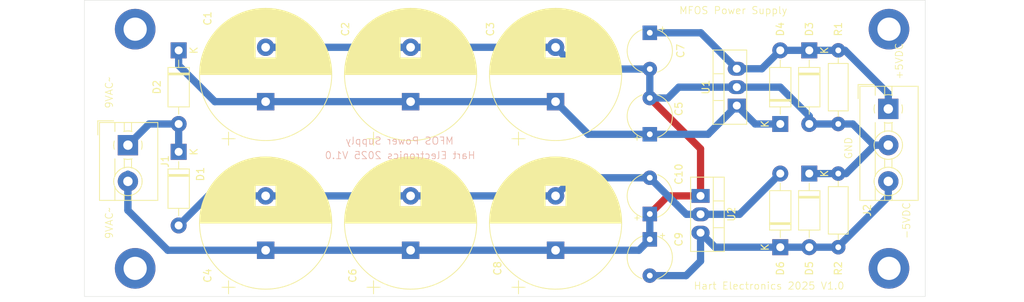
<source format=kicad_pcb>
(kicad_pcb (version 20240108) (generator "pcbnew") (generator_version "8.0")
  (layers (0 "F.Cu" signal) (31 "B.Cu" signal) (34 "B.Paste" user) (35 "F.Paste" user) (36 "B.SilkS" user "B.Silkscreen") (37 "F.SilkS" user "F.Silkscreen") (38 "B.Mask" user) (39 "F.Mask" user) (44 "Edge.Cuts" user))
  (net 0 "")
  (net 1 "Net-(D2-K)")
  (net 2 "Earth")
  (net 3 "Net-(D1-A)")
  (net 4 "Net-(D3-K)")
  (net 5 "Net-(D5-A)")
  (net 6 "Net-(D1-K)")
  (footprint "MountingHole:MountingHole_3.2mm_M3_DIN965_Pad_TopBottom" (layer "F.Cu") (at 197 109)
    (property "Reference" "M4" (hide yes))
    (property "Value" "MountingHole_3.2mm_M3_DIN965_Pad_TopBottom")
    (pad "1" thru_hole circle (at 0 0) (size 3.6 3.6) (drill 3.2) (layers "*.Cu" "*.Mask"))
    (pad "1" connect circle (at 0 0) (size 5.6 5.6) (layers "F.Cu" "F.Mask"))
    (pad "1" connect circle (at 0 0) (size 5.6 5.6) (layers "B.Cu" "B.Mask"))
  )
  (footprint "Capacitor_THT:CP_Radial_D18.0mm_P7.50mm" (layer "F.Cu") (at 151 106.5 90)
    (property "Reference" "C8" (at -2.5 -8 90) (layer "F.SilkS"))
    (property "Value" "3300uF")
    (pad "1" thru_hole rect (at 0 0 90) (size 2.4 2.4) (drill 1.2) (layers "*.Cu" "*.Mask") (net 2 "Earth"))
    (pad "2" thru_hole circle (at 7.5 0 90) (size 2.4 2.4) (drill 1.2) (layers "*.Cu" "*.Mask") (net 3 "Net-(D1-A)"))
  )
  (footprint "Capacitor_THT:CP_Radial_Tantal_D6.0mm_P5.00mm" (layer "F.Cu") (at 164 76.5 -90)
    (property "Reference" "C7" (at 2.5 -4.25 -90) (layer "F.SilkS"))
    (property "Value" "1uF")
    (pad "1" thru_hole rect (at 0 0 270) (size 2 2) (drill 0.8) (layers "*.Cu" "*.Mask") (net 4 "Net-(D3-K)"))
    (pad "2" thru_hole circle (at 5 0 270) (size 2 1.6) (drill 0.8) (layers "*.Cu" "*.Mask") (net 2 "Earth"))
  )
  (footprint "Resistor_THT:R_Axial_DIN0207_L6.3mm_D2.5mm_P10.16mm_Horizontal" (layer "F.Cu") (at 190 95.92 -90)
    (property "Reference" "R2" (at 13.08 0 90) (layer "F.SilkS"))
    (property "Value" "2.4K")
    (pad "1" thru_hole circle (at 0 0 270) (size 2 1.6) (drill 0.8) (layers "*.Cu" "*.Mask") (net 2 "Earth"))
    (pad "2" thru_hole oval (at 10.16 0 270) (size 2 2) (drill 0.8) (layers "*.Cu" "*.Mask") (net 5 "Net-(D5-A)"))
  )
  (footprint "Capacitor_THT:CP_Radial_D18.0mm_P7.50mm" (layer "F.Cu") (at 131 106.5 90)
    (property "Reference" "C6" (at -3.5 -8 90) (layer "F.SilkS"))
    (property "Value" "3300uF")
    (pad "1" thru_hole rect (at 0 0 90) (size 2.4 2.4) (drill 1.2) (layers "*.Cu" "*.Mask") (net 2 "Earth"))
    (pad "2" thru_hole circle (at 7.5 0 90) (size 2.4 2.4) (drill 1.2) (layers "*.Cu" "*.Mask") (net 3 "Net-(D1-A)"))
  )
  (footprint "Diode_THT:D_DO-41_SOD81_P10.16mm_Horizontal" (layer "F.Cu") (at 99 78.92 -90)
    (property "Reference" "D2" (at 5.08 3 90) (layer "F.SilkS"))
    (property "Value" "1N4004")
    (fp_text user "K" (at 0 -2.1 90) (layer "F.SilkS"))
    (pad "1" thru_hole rect (at 0 0 270) (size 2.2 2.2) (drill 1.1) (layers "*.Cu" "*.Mask") (net 1 "Net-(D2-K)"))
    (pad "2" thru_hole oval (at 10.16 0 270) (size 2.2 2.2) (drill 1.1) (layers "*.Cu" "*.Mask") (net 6 "Net-(D1-K)"))
  )
  (footprint "Diode_THT:D_DO-41_SOD81_P10.16mm_Horizontal" (layer "F.Cu") (at 186 78.92 -90)
    (property "Reference" "D3" (at -2.92 0 90) (layer "F.SilkS"))
    (property "Value" "1N4004")
    (fp_text user "K" (at 0 -2.1 90) (layer "F.SilkS"))
    (pad "1" thru_hole rect (at 0 0 270) (size 2.2 2.2) (drill 1.1) (layers "*.Cu" "*.Mask") (net 4 "Net-(D3-K)"))
    (pad "2" thru_hole oval (at 10.16 0 270) (size 2.2 2.2) (drill 1.1) (layers "*.Cu" "*.Mask") (net 2 "Earth"))
  )
  (footprint "Capacitor_THT:CP_Radial_D18.0mm_P7.50mm" (layer "F.Cu") (at 111 106.5 90)
    (property "Reference" "C4" (at -3.5 -8 90) (layer "F.SilkS"))
    (property "Value" "3300uF")
    (pad "1" thru_hole rect (at 0 0 90) (size 2.4 2.4) (drill 1.2) (layers "*.Cu" "*.Mask") (net 2 "Earth"))
    (pad "2" thru_hole circle (at 7.5 0 90) (size 2.4 2.4) (drill 1.2) (layers "*.Cu" "*.Mask") (net 3 "Net-(D1-A)"))
  )
  (footprint "Capacitor_THT:CP_Radial_Tantal_D6.0mm_P5.00mm" (layer "F.Cu") (at 164 90.5 90)
    (property "Reference" "C5" (at 3.5 4 90) (layer "F.SilkS"))
    (property "Value" "1uF")
    (pad "1" thru_hole rect (at 0 0 90) (size 2 2) (drill 0.8) (layers "*.Cu" "*.Mask") (net 1 "Net-(D2-K)"))
    (pad "2" thru_hole circle (at 5 0 90) (size 2 1.6) (drill 0.8) (layers "*.Cu" "*.Mask") (net 2 "Earth"))
  )
  (footprint "Capacitor_THT:CP_Radial_D18.0mm_P7.50mm" (layer "F.Cu") (at 111 86 90)
    (property "Reference" "C1" (at 11.47778 -8 90) (layer "F.SilkS"))
    (property "Value" "3300uF")
    (pad "1" thru_hole rect (at 0 0 90) (size 2.4 2.4) (drill 1.2) (layers "*.Cu" "*.Mask") (net 1 "Net-(D2-K)"))
    (pad "2" thru_hole circle (at 7.5 0 90) (size 2.4 2.4) (drill 1.2) (layers "*.Cu" "*.Mask") (net 2 "Earth"))
  )
  (footprint "Resistor_THT:R_Axial_DIN0207_L6.3mm_D2.5mm_P10.16mm_Horizontal" (layer "F.Cu") (at 190 78.92 -90)
    (property "Reference" "R1" (at -2.92 0 90) (layer "F.SilkS"))
    (property "Value" "2.4K")
    (pad "1" thru_hole circle (at 0 0 270) (size 2 1.6) (drill 0.8) (layers "*.Cu" "*.Mask") (net 4 "Net-(D3-K)"))
    (pad "2" thru_hole oval (at 10.16 0 270) (size 2 2) (drill 0.8) (layers "*.Cu" "*.Mask") (net 2 "Earth"))
  )
  (footprint "TerminalBlock:TerminalBlock_MaiXu_MX126-5.0-02P_1x02_P5.00mm" (layer "F.Cu") (at 92 92 -90)
    (property "Reference" "J1" (at 2.25 -5.12 90) (layer "F.SilkS"))
    (property "Value" "9VAC~ IN")
    (pad "1" thru_hole rect (at 0 0 270) (size 2.8 2.8) (drill 1.3) (layers "*.Cu" "*.Mask") (net 6 "Net-(D1-K)"))
    (pad "2" thru_hole circle (at 5 0 270) (size 2.8 2.8) (drill 1.3) (layers "*.Cu" "*.Mask") (net 2 "Earth"))
  )
  (footprint "Package_TO_SOT_THT:TO-220-3_Vertical" (layer "F.Cu") (at 176 86.54 90)
    (property "Reference" "U1" (at 2.54 -4.27 90) (layer "F.SilkS"))
    (property "Value" "LM7805_TO220")
    (pad "1" thru_hole rect (at 0 0 90) (size 1.905 2.5) (drill 1.1) (layers "*.Cu" "*.Mask") (net 1 "Net-(D2-K)"))
    (pad "2" thru_hole oval (at 2.54 0 90) (size 1.905 2.5) (drill 1.1) (layers "*.Cu" "*.Mask") (net 2 "Earth"))
    (pad "3" thru_hole oval (at 5.08 0 90) (size 1.905 2.5) (drill 1.1) (layers "*.Cu" "*.Mask") (net 4 "Net-(D3-K)"))
  )
  (footprint "Capacitor_THT:CP_Radial_D18.0mm_P7.50mm" (layer "F.Cu") (at 131 86 90)
    (property "Reference" "C2" (at 10 -9 90) (layer "F.SilkS"))
    (property "Value" "3300uF")
    (pad "1" thru_hole rect (at 0 0 90) (size 2.4 2.4) (drill 1.2) (layers "*.Cu" "*.Mask") (net 1 "Net-(D2-K)"))
    (pad "2" thru_hole circle (at 7.5 0 90) (size 2.4 2.4) (drill 1.2) (layers "*.Cu" "*.Mask") (net 2 "Earth"))
  )
  (footprint "MountingHole:MountingHole_3.2mm_M3_DIN965_Pad_TopBottom" (layer "F.Cu") (at 197 76)
    (property "Reference" "M3" (hide yes))
    (property "Value" "MountingHole_3.2mm_M3_DIN965_Pad_TopBottom")
    (pad "1" thru_hole circle (at 0 0) (size 3.6 3.6) (drill 3.2) (layers "*.Cu" "*.Mask"))
    (pad "1" connect circle (at 0 0) (size 5.6 5.6) (layers "F.Cu" "F.Mask"))
    (pad "1" connect circle (at 0 0) (size 5.6 5.6) (layers "B.Cu" "B.Mask"))
  )
  (footprint "MountingHole:MountingHole_3.2mm_M3_DIN965_Pad_TopBottom" (layer "F.Cu") (at 93 76)
    (property "Reference" "M1" (hide yes))
    (property "Value" "MountingHole_3.2mm_M3_DIN965_Pad_TopBottom")
    (pad "1" thru_hole circle (at 0 0) (size 3.6 3.6) (drill 3.2) (layers "*.Cu" "*.Mask"))
    (pad "1" connect circle (at 0 0) (size 5.6 5.6) (layers "F.Cu" "F.Mask"))
    (pad "1" connect circle (at 0 0) (size 5.6 5.6) (layers "B.Cu" "B.Mask"))
  )
  (footprint "Diode_THT:D_DO-41_SOD81_P10.16mm_Horizontal" (layer "F.Cu") (at 182 89.08 90)
    (property "Reference" "D4" (at 13.08 0 90) (layer "F.SilkS"))
    (property "Value" "1N4004")
    (fp_text user "K" (at 0 -2.1 90) (layer "F.SilkS"))
    (pad "1" thru_hole rect (at 0 0 90) (size 2.2 2.2) (drill 1.1) (layers "*.Cu" "*.Mask") (net 1 "Net-(D2-K)"))
    (pad "2" thru_hole oval (at 10.16 0 90) (size 2.2 2.2) (drill 1.1) (layers "*.Cu" "*.Mask") (net 4 "Net-(D3-K)"))
  )
  (footprint "Diode_THT:D_DO-41_SOD81_P10.16mm_Horizontal" (layer "F.Cu") (at 182 106.08 90)
    (property "Reference" "D6" (at -2.92 0 90) (layer "F.SilkS"))
    (property "Value" "1N4004")
    (fp_text user "K" (at 0 -2.1 90) (layer "F.SilkS"))
    (pad "1" thru_hole rect (at 0 0 90) (size 2.2 2.2) (drill 1.1) (layers "*.Cu" "*.Mask") (net 5 "Net-(D5-A)"))
    (pad "2" thru_hole oval (at 10.16 0 90) (size 2.2 2.2) (drill 1.1) (layers "*.Cu" "*.Mask") (net 3 "Net-(D1-A)"))
  )
  (footprint "Diode_THT:D_DO-41_SOD81_P10.16mm_Horizontal" (layer "F.Cu") (at 186 95.92 -90)
    (property "Reference" "D5" (at 13.08 0 90) (layer "F.SilkS"))
    (property "Value" "1N4004")
    (fp_text user "K" (at 0 -2.1 90) (layer "F.SilkS"))
    (pad "1" thru_hole rect (at 0 0 270) (size 2.2 2.2) (drill 1.1) (layers "*.Cu" "*.Mask") (net 2 "Earth"))
    (pad "2" thru_hole oval (at 10.16 0 270) (size 2.2 2.2) (drill 1.1) (layers "*.Cu" "*.Mask") (net 5 "Net-(D5-A)"))
  )
  (footprint "Package_TO_SOT_THT:TO-220-3_Vertical" (layer "F.Cu") (at 171 99 -90)
    (property "Reference" "U2" (at 2.54 -4.27 90) (layer "F.SilkS"))
    (property "Value" "LM7905_TO220")
    (pad "1" thru_hole rect (at 0 0 270) (size 1.905 2.5) (drill 1.1) (layers "*.Cu" "*.Mask") (net 2 "Earth"))
    (pad "2" thru_hole oval (at 2.54 0 270) (size 1.905 2.5) (drill 1.1) (layers "*.Cu" "*.Mask") (net 3 "Net-(D1-A)"))
    (pad "3" thru_hole oval (at 5.08 0 270) (size 1.905 2.5) (drill 1.1) (layers "*.Cu" "*.Mask") (net 5 "Net-(D5-A)"))
  )
  (footprint "Diode_THT:D_DO-41_SOD81_P10.16mm_Horizontal" (layer "F.Cu") (at 99 92.92 -90)
    (property "Reference" "D1" (at 3.08 -3 90) (layer "F.SilkS"))
    (property "Value" "1N4004")
    (fp_text user "K" (at 0 -2.1 90) (layer "F.SilkS"))
    (pad "1" thru_hole rect (at 0 0 270) (size 2.2 2.2) (drill 1.1) (layers "*.Cu" "*.Mask") (net 6 "Net-(D1-K)"))
    (pad "2" thru_hole oval (at 10.16 0 270) (size 2.2 2.2) (drill 1.1) (layers "*.Cu" "*.Mask") (net 3 "Net-(D1-A)"))
  )
  (footprint "MountingHole:MountingHole_3.2mm_M3_DIN965_Pad_TopBottom" (layer "F.Cu") (at 93 109)
    (property "Reference" "M2" (hide yes))
    (property "Value" "MountingHole_3.2mm_M3_DIN965_Pad_TopBottom")
    (pad "1" thru_hole circle (at 0 0) (size 3.6 3.6) (drill 3.2) (layers "*.Cu" "*.Mask"))
    (pad "1" connect circle (at 0 0) (size 5.6 5.6) (layers "F.Cu" "F.Mask"))
    (pad "1" connect circle (at 0 0) (size 5.6 5.6) (layers "B.Cu" "B.Mask"))
  )
  (footprint "TerminalBlock:TerminalBlock_MaiXu_MX126-5.0-03P_1x03_P5.00mm" (layer "F.Cu") (at 196.905 87 -90)
    (property "Reference" "J2" (at 14 2.905 90) (layer "F.SilkS"))
    (property "Value" "+/- 5VDC OUT")
    (pad "1" thru_hole rect (at 0 0 270) (size 2.8 2.8) (drill 1.3) (layers "*.Cu" "*.Mask") (net 4 "Net-(D3-K)"))
    (pad "2" thru_hole circle (at 5 0 270) (size 2.8 2.8) (drill 1.3) (layers "*.Cu" "*.Mask") (net 2 "Earth"))
    (pad "3" thru_hole circle (at 10 0 270) (size 2.8 2.8) (drill 1.3) (layers "*.Cu" "*.Mask") (net 5 "Net-(D5-A)"))
  )
  (footprint "Capacitor_THT:CP_Radial_Tantal_D6.0mm_P5.00mm" (layer "F.Cu") (at 164 101.5 90)
    (property "Reference" "C10" (at 5.5 4 90) (layer "F.SilkS"))
    (property "Value" "1uF")
    (pad "1" thru_hole rect (at 0 0 90) (size 2 2) (drill 0.8) (layers "*.Cu" "*.Mask") (net 2 "Earth"))
    (pad "2" thru_hole circle (at 5 0 90) (size 2 1.6) (drill 0.8) (layers "*.Cu" "*.Mask") (net 3 "Net-(D1-A)"))
  )
  (footprint "Capacitor_THT:CP_Radial_Tantal_D6.0mm_P5.00mm" (layer "F.Cu") (at 164 105 -90)
    (property "Reference" "C9" (at 0 -4 -90) (layer "F.SilkS"))
    (property "Value" "1uF")
    (pad "1" thru_hole rect (at 0 0 270) (size 2 2) (drill 0.8) (layers "*.Cu" "*.Mask") (net 2 "Earth"))
    (pad "2" thru_hole circle (at 5 0 270) (size 2 1.6) (drill 0.8) (layers "*.Cu" "*.Mask") (net 5 "Net-(D5-A)"))
  )
  (footprint "Capacitor_THT:CP_Radial_D18.0mm_P7.50mm" (layer "F.Cu") (at 151 86 90)
    (property "Reference" "C3" (at 10 -9 90) (layer "F.SilkS"))
    (property "Value" "3300uF")
    (pad "1" thru_hole rect (at 0 0 90) (size 2.4 2.4) (drill 1.2) (layers "*.Cu" "*.Mask") (net 1 "Net-(D2-K)"))
    (pad "2" thru_hole circle (at 7.5 0 90) (size 2.4 2.4) (drill 1.2) (layers "*.Cu" "*.Mask") (net 2 "Earth"))
  )
  (gr_rect (start 86 72) (end 202 112.88) (stroke (width 0.05)) (fill none) (layer "Edge.Cuts"))
  (gr_text "Hart Electronics 2025 V1.0" (at 140 94 0) (layer "B.SilkS") (effects (font (size 1 1) (thickness 0.1)) (justify left bottom mirror)))
  (gr_text "MFOS Power Supply" (at 137 92 0) (layer "B.SilkS") (effects (font (size 1 1) (thickness 0.1)) (justify left bottom mirror)))
  (gr_text "MFOS Power Supply" (at 168 74 0) (layer "F.SilkS") (effects (font (size 1 1) (thickness 0.1)) (justify left bottom)))
  (gr_text "Hart Electronics 2025 V1.0" (at 170 112 0) (layer "F.SilkS") (effects (font (size 1 1) (thickness 0.1)) (justify left bottom)))
  (gr_text "9VAC~" (at 90 87 90) (layer "F.SilkS") (effects (font (size 1 1) (thickness 0.1)) (justify left bottom)))
  (gr_text "-5VDC" (at 200 105 90) (layer "F.SilkS") (effects (font (size 1 1) (thickness 0.1)) (justify left bottom)))
  (gr_text "9VAC~" (at 90 105 90) (layer "F.SilkS") (effects (font (size 1 1) (thickness 0.1)) (justify left bottom)))
  (gr_text "GND" (at 192 94 90) (layer "F.SilkS") (effects (font (size 1 1) (thickness 0.1)) (justify left bottom)))
  (gr_text "+5VDC" (at 199 83 90) (layer "F.SilkS") (effects (font (size 1 1) (thickness 0.1)) (justify left bottom)))
  (segment (start 172.04 90.5) (end 176 86.54) (width 1) (layer "B.Cu") (net 1))
  (segment (start 99 81) (end 104 86) (width 1) (layer "B.Cu") (net 1))
  (segment (start 104 86) (end 111 86) (width 1) (layer "B.Cu") (net 1))
  (segment (start 164 90.5) (end 155.5 90.5) (width 1) (layer "B.Cu") (net 1))
  (segment (start 164 90.5) (end 172.04 90.5) (width 1) (layer "B.Cu") (net 1))
  (segment (start 182 89.08) (end 178.54 89.08) (width 1) (layer "B.Cu") (net 1))
  (segment (start 131 86) (end 151 86) (width 1) (layer "B.Cu") (net 1))
  (segment (start 178.54 89.08) (end 176 86.54) (width 1) (layer "B.Cu") (net 1))
  (segment (start 99 78.92) (end 99 81) (width 1) (layer "B.Cu") (net 1))
  (segment (start 155.5 90.5) (end 151 86) (width 1) (layer "B.Cu") (net 1))
  (segment (start 111 86) (end 131 86) (width 1) (layer "B.Cu") (net 1))
  (segment (start 171 92.5) (end 164 85.5) (width 1) (layer "F.Cu") (net 2))
  (segment (start 171 99) (end 166.5 99) (width 1) (layer "F.Cu") (net 2))
  (segment (start 166.5 99) (end 164 101.5) (width 1) (layer "F.Cu") (net 2))
  (segment (start 171 92.5) (end 171 99) (width 1) (layer "F.Cu") (net 2))
  (segment (start 162.5 106.5) (end 164 105) (width 1) (layer "B.Cu") (net 2))
  (segment (start 186 95.92) (end 190 95.92) (width 1) (layer "B.Cu") (net 2))
  (segment (start 176 84) (end 168 84) (width 1) (layer "B.Cu") (net 2))
  (segment (start 190 95.92) (end 191.08 95.92) (width 1) (layer "B.Cu") (net 2))
  (segment (start 151 78.5) (end 154 81.5) (width 1) (layer "B.Cu") (net 2))
  (segment (start 154 81.5) (end 164 81.5) (width 1) (layer "B.Cu") (net 2))
  (segment (start 131 106.5) (end 151 106.5) (width 1) (layer "B.Cu") (net 2))
  (segment (start 194.92 92) (end 192 89.08) (width 1) (layer "B.Cu") (net 2))
  (segment (start 186 89.08) (end 190 89.08) (width 1) (layer "B.Cu") (net 2))
  (segment (start 92 97) (end 92 101) (width 1) (layer "B.Cu") (net 2))
  (segment (start 151 106.5) (end 162.5 106.5) (width 1) (layer "B.Cu") (net 2))
  (segment (start 111 106.5) (end 131 106.5) (width 1) (layer "B.Cu") (net 2))
  (segment (start 92 96) (end 92 101) (width 1) (layer "B.Cu") (net 2))
  (segment (start 182 84) (end 186 88) (width 1) (layer "B.Cu") (net 2))
  (segment (start 196 92) (end 194.92 92) (width 1) (layer "B.Cu") (net 2))
  (segment (start 92 101) (end 97.5 106.5) (width 1) (layer "B.Cu") (net 2))
  (segment (start 131 78.5) (end 151 78.5) (width 1) (layer "B.Cu") (net 2))
  (segment (start 190 89.08) (end 192 89.08) (width 1) (layer "B.Cu") (net 2))
  (segment (start 166.5 85.5) (end 164 85.5) (width 1) (layer "B.Cu") (net 2))
  (segment (start 196.905 92) (end 196 92) (width 1) (layer "B.Cu") (net 2))
  (segment (start 186 88) (end 186 89.08) (width 1) (layer "B.Cu") (net 2))
  (segment (start 111 78.5) (end 131 78.5) (width 1) (layer "B.Cu") (net 2))
  (segment (start 191.08 95.92) (end 195 92) (width 1) (layer "B.Cu") (net 2))
  (segment (start 164 105) (end 164 101.5) (width 1) (layer "B.Cu") (net 2))
  (segment (start 195 92) (end 196 92) (width 1) (layer "B.Cu") (net 2))
  (segment (start 164 81.5) (end 164 85.5) (width 1) (layer "B.Cu") (net 2))
  (segment (start 97.5 106.5) (end 111 106.5) (width 1) (layer "B.Cu") (net 2))
  (segment (start 168 84) (end 166.5 85.5) (width 1) (layer "B.Cu") (net 2))
  (segment (start 176 84) (end 182 84) (width 1) (layer "B.Cu") (net 2))
  (segment (start 131 99) (end 151 99) (width 1) (layer "B.Cu") (net 3))
  (segment (start 103.08 99) (end 111 99) (width 1) (layer "B.Cu") (net 3))
  (segment (start 111 99) (end 131 99) (width 1) (layer "B.Cu") (net 3))
  (segment (start 169.04 101.54) (end 171 101.54) (width 1) (layer "B.Cu") (net 3))
  (segment (start 164 96.5) (end 153.5 96.5) (width 1) (layer "B.Cu") (net 3))
  (segment (start 176.38 101.54) (end 182 95.92) (width 1) (layer "B.Cu") (net 3))
  (segment (start 99 103.08) (end 103.08 99) (width 1) (layer "B.Cu") (net 3))
  (segment (start 169.04 101.54) (end 164 96.5) (width 1) (layer "B.Cu") (net 3))
  (segment (start 153.5 96.5) (end 151 99) (width 1) (layer "B.Cu") (net 3))
  (segment (start 171 101.54) (end 176.38 101.54) (width 1) (layer "B.Cu") (net 3))
  (segment (start 171.04 76.5) (end 176 81.46) (width 1) (layer "B.Cu") (net 4))
  (segment (start 186 78.92) (end 190 78.92) (width 1) (layer "B.Cu") (net 4))
  (segment (start 196.905 84.905) (end 190.92 78.92) (width 1) (layer "B.Cu") (net 4))
  (segment (start 176 81.46) (end 179.46 81.46) (width 1) (layer "B.Cu") (net 4))
  (segment (start 179.46 81.46) (end 182 78.92) (width 1) (layer "B.Cu") (net 4))
  (segment (start 182 78.92) (end 186 78.92) (width 1) (layer "B.Cu") (net 4))
  (segment (start 196.905 87) (end 196.905 84.905) (width 1) (layer "B.Cu") (net 4))
  (segment (start 190.92 78.92) (end 190 78.92) (width 1) (layer "B.Cu") (net 4))
  (segment (start 164 76.5) (end 171.04 76.5) (width 1) (layer "B.Cu") (net 4))
  (segment (start 182 106.08) (end 173 106.08) (width 1) (layer "B.Cu") (net 5))
  (segment (start 196.905 99.095) (end 190 106) (width 1) (layer "B.Cu") (net 5))
  (segment (start 190 106) (end 190 106.08) (width 1) (layer "B.Cu") (net 5))
  (segment (start 186 106.08) (end 190 106.08) (width 1) (layer "B.Cu") (net 5))
  (segment (start 173 106.08) (end 171 104.08) (width 1) (layer "B.Cu") (net 5))
  (segment (start 182 106.08) (end 186 106.08) (width 1) (layer "B.Cu") (net 5))
  (segment (start 164 110) (end 169 110) (width 1) (layer "B.Cu") (net 5))
  (segment (start 169 110) (end 171 108) (width 1) (layer "B.Cu") (net 5))
  (segment (start 196.905 97) (end 196.905 99.095) (width 1) (layer "B.Cu") (net 5))
  (segment (start 171 108) (end 171 104.08) (width 1) (layer "B.Cu") (net 5))
  (segment (start 94.92 89.08) (end 92 92) (width 1) (layer "B.Cu") (net 6))
  (segment (start 99 89.08) (end 99 92.92) (width 1) (layer "B.Cu") (net 6))
  (segment (start 99 89.08) (end 94.92 89.08) (width 1) (layer "B.Cu") (net 6))
)
</source>
